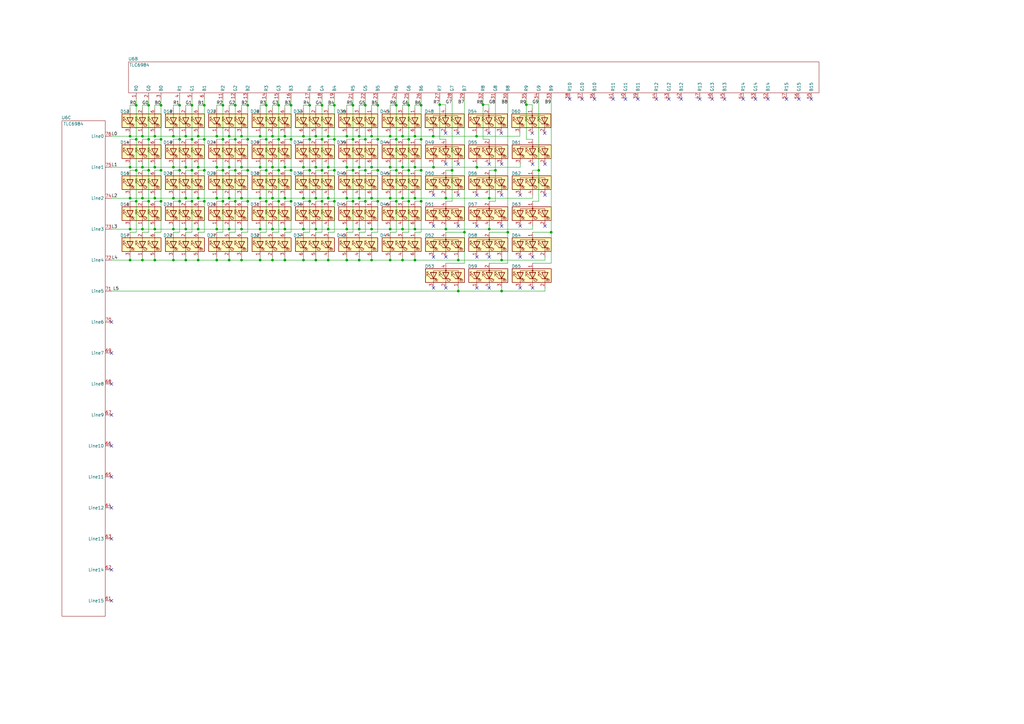
<source format=kicad_sch>
(kicad_sch (version 20211123) (generator eeschema)
  (paper "A3")
  (title_block (title "WallClock Sample") (date "2022-01-02") (rev "${SCH_VER}") (company "Siriuspal") (comment 1 "Trial board to test LEDs"))
  (junction (at 53.34 106.68))
  (junction (at 167.64 57.15))
  (junction (at 149.86 57.15))
  (junction (at 106.68 81.28))
  (junction (at 127 43.18))
  (junction (at 53.34 55.88))
  (junction (at 111.76 93.98))
  (junction (at 99.06 93.98))
  (junction (at 167.64 82.55))
  (junction (at 144.78 43.18))
  (junction (at 91.44 69.85))
  (junction (at 187.96 106.68))
  (junction (at 134.62 93.98))
  (junction (at 106.68 93.98))
  (junction (at 162.56 43.18))
  (junction (at 160.02 106.68))
  (junction (at 91.44 57.15))
  (junction (at 71.12 106.68))
  (junction (at 200.66 81.28))
  (junction (at 73.66 43.18))
  (junction (at 96.52 57.15))
  (junction (at 160.02 68.58))
  (junction (at 116.84 55.88))
  (junction (at 182.88 93.98))
  (junction (at 55.88 43.18))
  (junction (at 177.673 55.88))
  (junction (at 160.02 93.98))
  (junction (at 81.28 81.28))
  (junction (at 91.44 43.18))
  (junction (at 109.22 43.18))
  (junction (at 152.4 55.88))
  (junction (at 198.12 42.926))
  (junction (at 111.76 106.68))
  (junction (at 152.4 81.28))
  (junction (at 172.72 69.85))
  (junction (at 180.34 42.926))
  (junction (at 172.72 43.18))
  (junction (at 81.28 55.88))
  (junction (at 162.56 57.15))
  (junction (at 88.9 81.28))
  (junction (at 147.32 68.58))
  (junction (at 137.16 69.85))
  (junction (at 167.64 69.85))
  (junction (at 99.06 55.88))
  (junction (at 101.6 82.55))
  (junction (at 58.42 81.28))
  (junction (at 134.62 106.68))
  (junction (at 93.98 68.58))
  (junction (at 152.4 93.98))
  (junction (at 109.22 57.15))
  (junction (at 116.84 106.68))
  (junction (at 119.38 57.15))
  (junction (at 93.98 55.88))
  (junction (at 226.06 95.25))
  (junction (at 71.12 81.28))
  (junction (at 160.02 55.88))
  (junction (at 93.98 93.98))
  (junction (at 81.28 106.68))
  (junction (at 144.78 57.15))
  (junction (at 71.12 55.88))
  (junction (at 132.08 57.15))
  (junction (at 177.8 68.58))
  (junction (at 88.9 106.68))
  (junction (at 167.64 43.18))
  (junction (at 127 69.85))
  (junction (at 124.46 68.58))
  (junction (at 132.08 82.55))
  (junction (at 96.52 82.55))
  (junction (at 144.78 82.55))
  (junction (at 106.68 55.88))
  (junction (at 172.72 82.55))
  (junction (at 124.46 93.98))
  (junction (at 119.38 69.85))
  (junction (at 170.18 68.58))
  (junction (at 63.5 106.68))
  (junction (at 116.84 81.28))
  (junction (at 215.9 42.926))
  (junction (at 149.86 69.85))
  (junction (at 187.96 119.38))
  (junction (at 60.96 69.85))
  (junction (at 170.18 106.68))
  (junction (at 60.96 82.55))
  (junction (at 165.1 93.98))
  (junction (at 162.56 69.85))
  (junction (at 66.04 69.85))
  (junction (at 116.84 68.58))
  (junction (at 63.5 93.98))
  (junction (at 63.5 68.58))
  (junction (at 93.98 81.28))
  (junction (at 142.24 81.28))
  (junction (at 134.62 81.28))
  (junction (at 88.9 68.58))
  (junction (at 83.82 82.55))
  (junction (at 76.2 93.98))
  (junction (at 203.2 69.85))
  (junction (at 142.24 106.68))
  (junction (at 144.78 69.85))
  (junction (at 154.94 43.18))
  (junction (at 81.28 68.58))
  (junction (at 152.4 68.58))
  (junction (at 96.52 69.85))
  (junction (at 170.18 81.28))
  (junction (at 149.86 43.18))
  (junction (at 109.22 69.85))
  (junction (at 81.28 93.98))
  (junction (at 154.94 82.55))
  (junction (at 185.42 69.85))
  (junction (at 96.52 43.18))
  (junction (at 129.54 106.68))
  (junction (at 58.42 93.98))
  (junction (at 170.18 55.88))
  (junction (at 149.86 82.55))
  (junction (at 55.88 57.15))
  (junction (at 101.6 69.85))
  (junction (at 124.46 55.88))
  (junction (at 76.2 106.68))
  (junction (at 88.9 55.88))
  (junction (at 137.16 82.55))
  (junction (at 73.66 82.55))
  (junction (at 129.54 93.98))
  (junction (at 220.98 69.85))
  (junction (at 106.68 106.68))
  (junction (at 99.06 106.68))
  (junction (at 76.2 68.58))
  (junction (at 88.9 93.98))
  (junction (at 152.4 106.68))
  (junction (at 162.56 82.55))
  (junction (at 137.16 57.15))
  (junction (at 83.82 57.15))
  (junction (at 165.1 106.68))
  (junction (at 127 82.55))
  (junction (at 78.74 82.55))
  (junction (at 91.44 82.55))
  (junction (at 142.24 55.88))
  (junction (at 66.04 57.15))
  (junction (at 129.54 55.88))
  (junction (at 205.74 106.68))
  (junction (at 119.38 43.18))
  (junction (at 195.453 55.88))
  (junction (at 106.68 68.58))
  (junction (at 116.84 93.98))
  (junction (at 119.38 82.55))
  (junction (at 165.1 55.88))
  (junction (at 132.08 43.18))
  (junction (at 124.46 81.28))
  (junction (at 147.32 93.98))
  (junction (at 134.62 68.58))
  (junction (at 132.08 69.85))
  (junction (at 114.3 69.85))
  (junction (at 127 57.15))
  (junction (at 190.5 95.25))
  (junction (at 78.74 69.85))
  (junction (at 63.5 55.88))
  (junction (at 147.32 106.68))
  (junction (at 93.98 106.68))
  (junction (at 111.76 55.88))
  (junction (at 66.04 43.18))
  (junction (at 111.76 81.28))
  (junction (at 83.82 43.18))
  (junction (at 78.74 57.15))
  (junction (at 109.22 82.55))
  (junction (at 53.34 81.28))
  (junction (at 60.96 57.15))
  (junction (at 73.66 69.85))
  (junction (at 78.74 43.18))
  (junction (at 58.42 106.68))
  (junction (at 53.34 93.98))
  (junction (at 114.3 43.18))
  (junction (at 147.32 55.88))
  (junction (at 63.5 81.28))
  (junction (at 73.66 57.15))
  (junction (at 182.88 81.28))
  (junction (at 170.18 93.98))
  (junction (at 129.54 81.28))
  (junction (at 101.6 43.18))
  (junction (at 111.76 68.58))
  (junction (at 195.58 68.58))
  (junction (at 60.96 43.18))
  (junction (at 114.3 57.15))
  (junction (at 200.66 93.98))
  (junction (at 160.02 81.28))
  (junction (at 76.2 55.88))
  (junction (at 99.06 68.58))
  (junction (at 134.62 55.88))
  (junction (at 165.1 68.58))
  (junction (at 205.74 119.38))
  (junction (at 66.04 82.55))
  (junction (at 53.34 68.58))
  (junction (at 55.88 69.85))
  (junction (at 71.12 93.98))
  (junction (at 71.12 68.58))
  (junction (at 142.24 93.98))
  (junction (at 129.54 68.58))
  (junction (at 99.06 81.28))
  (junction (at 137.16 43.18))
  (junction (at 208.28 95.25))
  (junction (at 165.1 81.28))
  (junction (at 114.3 82.55))
  (junction (at 154.94 57.15))
  (junction (at 83.82 69.85))
  (junction (at 147.32 81.28))
  (junction (at 172.72 57.15))
  (junction (at 154.94 69.85))
  (junction (at 101.6 57.15))
  (junction (at 142.24 68.58))
  (junction (at 124.46 106.68))
  (junction (at 55.88 82.55))
  (junction (at 58.42 68.58))
  (junction (at 76.2 81.28))
  (junction (at 58.42 55.88))
  (no_connect (at 251.46 40.64))
  (no_connect (at 205.74 92.71))
  (no_connect (at 195.58 92.71))
  (no_connect (at 182.88 67.31))
  (no_connect (at 187.833 54.61))
  (no_connect (at 182.753 54.61))
  (no_connect (at 187.96 67.31))
  (no_connect (at 187.96 80.01))
  (no_connect (at 177.8 80.01))
  (no_connect (at 187.96 92.71))
  (no_connect (at 177.8 92.71))
  (no_connect (at 223.52 92.71))
  (no_connect (at 45.72 233.68))
  (no_connect (at 45.72 195.58))
  (no_connect (at 45.72 132.08))
  (no_connect (at 314.96 40.64))
  (no_connect (at 200.66 67.31))
  (no_connect (at 45.72 208.28))
  (no_connect (at 205.74 80.01))
  (no_connect (at 213.36 92.71))
  (no_connect (at 182.88 105.41))
  (no_connect (at 177.8 105.41))
  (no_connect (at 279.4 40.64))
  (no_connect (at 304.8 40.64))
  (no_connect (at 195.58 118.11))
  (no_connect (at 45.72 182.88))
  (no_connect (at 213.36 80.01))
  (no_connect (at 218.313 54.61))
  (no_connect (at 233.68 40.64))
  (no_connect (at 223.393 54.61))
  (no_connect (at 218.44 67.31))
  (no_connect (at 274.32 40.64))
  (no_connect (at 292.1 40.64))
  (no_connect (at 223.52 67.31))
  (no_connect (at 261.62 40.64))
  (no_connect (at 177.8 118.11))
  (no_connect (at 182.88 118.11))
  (no_connect (at 45.72 170.18))
  (no_connect (at 218.44 118.11))
  (no_connect (at 195.58 105.41))
  (no_connect (at 200.66 105.41))
  (no_connect (at 243.84 40.64))
  (no_connect (at 218.44 105.41))
  (no_connect (at 332.74 40.64))
  (no_connect (at 45.72 157.48))
  (no_connect (at 195.58 80.01))
  (no_connect (at 200.533 54.61))
  (no_connect (at 213.36 118.11))
  (no_connect (at 327.66 40.64))
  (no_connect (at 287.02 40.64))
  (no_connect (at 205.613 54.61))
  (no_connect (at 309.88 40.64))
  (no_connect (at 205.74 67.31))
  (no_connect (at 322.58 40.64))
  (no_connect (at 223.52 80.01))
  (no_connect (at 45.72 246.38))
  (no_connect (at 45.72 220.98))
  (no_connect (at 256.54 40.64))
  (no_connect (at 213.36 105.41))
  (no_connect (at 297.18 40.64))
  (no_connect (at 45.72 144.78))
  (no_connect (at 238.76 40.64))
  (no_connect (at 269.24 40.64))
  (no_connect (at 200.66 118.11))
  (wire (pts (xy 63.5 68.58) (xy 63.5 67.31)))
  (wire (pts (xy 81.28 80.01) (xy 81.28 81.28)))
  (wire (pts (xy 149.86 82.55) (xy 149.86 69.85)))
  (wire (pts (xy 152.4 68.58) (xy 160.02 68.58)))
  (wire (pts (xy 165.1 67.31) (xy 165.1 68.58)))
  (wire (pts (xy 76.2 95.25) (xy 78.74 95.25)))
  (wire (pts (xy 165.1 44.45) (xy 165.1 43.18)))
  (wire (pts (xy 66.04 82.55) (xy 66.04 95.25)))
  (wire (pts (xy 109.22 43.18) (xy 109.22 57.15)))
  (wire (pts (xy 223.52 106.68) (xy 223.52 105.41)))
  (wire (pts (xy 187.96 119.38) (xy 187.96 118.11)))
  (wire (pts (xy 215.9 42.926) (xy 215.9 57.15)))
  (wire (pts (xy 180.34 57.15) (xy 182.88 57.15)))
  (wire (pts (xy 101.6 82.55) (xy 101.6 95.25)))
  (wire (pts (xy 111.76 82.55) (xy 114.3 82.55)))
  (wire (pts (xy 165.1 54.61) (xy 165.1 55.88)))
  (wire (pts (xy 195.58 68.58) (xy 213.36 68.58)))
  (wire (pts (xy 81.28 92.71) (xy 81.28 93.98)))
  (wire (pts (xy 160.02 82.55) (xy 162.56 82.55)))
  (wire (pts (xy 88.9 82.55) (xy 91.44 82.55)))
  (wire (pts (xy 134.62 81.28) (xy 142.24 81.28)))
  (wire (pts (xy 144.78 69.85) (xy 144.78 82.55)))
  (wire (pts (xy 160.02 55.88) (xy 165.1 55.88)))
  (wire (pts (xy 71.12 57.15) (xy 73.66 57.15)))
  (wire (pts (xy 71.12 92.71) (xy 71.12 93.98)))
  (wire (pts (xy 116.84 44.45) (xy 116.84 43.18)))
  (wire (pts (xy 129.54 55.88) (xy 134.62 55.88)))
  (wire (pts (xy 76.2 68.58) (xy 81.28 68.58)))
  (wire (pts (xy 88.9 81.28) (xy 93.98 81.28)))
  (wire (pts (xy 152.4 81.28) (xy 160.02 81.28)))
  (wire (pts (xy 124.46 44.45) (xy 124.46 43.18)))
  (wire (pts (xy 167.64 82.55) (xy 167.64 95.25)))
  (wire (pts (xy 170.18 93.98) (xy 182.88 93.98)))
  (wire (pts (xy 213.233 54.61) (xy 213.233 55.88)))
  (wire (pts (xy 124.46 55.88) (xy 129.54 55.88)))
  (wire (pts (xy 53.34 93.98) (xy 58.42 93.98)))
  (wire (pts (xy 152.4 80.01) (xy 152.4 81.28)))
  (wire (pts (xy 132.08 69.85) (xy 132.08 82.55)))
  (wire (pts (xy 200.66 93.98) (xy 218.44 93.98)))
  (wire (pts (xy 111.76 44.45) (xy 111.76 43.18)))
  (wire (pts (xy 101.6 57.15) (xy 101.6 69.85)))
  (wire (pts (xy 88.9 57.15) (xy 91.44 57.15)))
  (wire (pts (xy 73.66 40.64) (xy 73.66 43.18)))
  (wire (pts (xy 144.78 40.64) (xy 144.78 43.18)))
  (wire (pts (xy 226.06 95.25) (xy 226.06 107.95)))
  (wire (pts (xy 129.54 95.25) (xy 132.08 95.25)))
  (wire (pts (xy 162.56 57.15) (xy 162.56 43.18)))
  (wire (pts (xy 160.02 106.68) (xy 165.1 106.68)))
  (wire (pts (xy 116.84 106.68) (xy 116.84 105.41)))
  (wire (pts (xy 106.68 92.71) (xy 106.68 93.98)))
  (wire (pts (xy 147.32 67.31) (xy 147.32 68.58)))
  (wire (pts (xy 124.46 92.71) (xy 124.46 93.98)))
  (wire (pts (xy 116.84 55.88) (xy 124.46 55.88)))
  (wire (pts (xy 129.54 82.55) (xy 132.08 82.55)))
  (wire (pts (xy 106.68 55.88) (xy 99.06 55.88)))
  (wire (pts (xy 71.12 80.01) (xy 71.12 81.28)))
  (wire (pts (xy 124.46 80.01) (xy 124.46 81.28)))
  (wire (pts (xy 53.34 68.58) (xy 58.42 68.58)))
  (wire (pts (xy 73.66 43.18) (xy 73.66 57.15)))
  (wire (pts (xy 152.4 44.45) (xy 152.4 43.18)))
  (wire (pts (xy 99.06 69.85) (xy 101.6 69.85)))
  (wire (pts (xy 165.1 92.71) (xy 165.1 93.98)))
  (wire (pts (xy 134.62 93.98) (xy 142.24 93.98)))
  (wire (pts (xy 134.62 54.61) (xy 134.62 55.88)))
  (wire (pts (xy 111.76 95.25) (xy 114.3 95.25)))
  (wire (pts (xy 93.98 44.45) (xy 93.98 43.18)))
  (wire (pts (xy 63.5 82.55) (xy 66.04 82.55)))
  (wire (pts (xy 60.96 57.15) (xy 60.96 69.85)))
  (wire (pts (xy 172.72 82.55) (xy 172.72 69.85)))
  (wire (pts (xy 81.28 93.98) (xy 88.9 93.98)))
  (wire (pts (xy 215.9 40.64) (xy 215.9 42.926)))
  (wire (pts (xy 142.24 95.25) (xy 144.78 95.25)))
  (wire (pts (xy 99.06 43.18) (xy 101.6 43.18)))
  (wire (pts (xy 162.56 69.85) (xy 162.56 57.15)))
  (wire (pts (xy 71.12 93.98) (xy 76.2 93.98)))
  (wire (pts (xy 177.673 55.88) (xy 195.453 55.88)))
  (wire (pts (xy 154.94 69.85) (xy 154.94 82.55)))
  (wire (pts (xy 165.1 68.58) (xy 170.18 68.58)))
  (wire (pts (xy 116.84 55.88) (xy 111.76 55.88)))
  (wire (pts (xy 71.12 82.55) (xy 73.66 82.55)))
  (wire (pts (xy 129.54 106.68) (xy 134.62 106.68)))
  (wire (pts (xy 160.02 92.71) (xy 160.02 93.98)))
  (wire (pts (xy 129.54 92.71) (xy 129.54 93.98)))
  (wire (pts (xy 71.12 105.41) (xy 71.12 106.68)))
  (wire (pts (xy 53.34 54.61) (xy 53.34 55.88)))
  (wire (pts (xy 152.4 93.98) (xy 160.02 93.98)))
  (wire (pts (xy 99.06 93.98) (xy 99.06 92.71)))
  (wire (pts (xy 218.44 81.28) (xy 218.44 80.01)))
  (wire (pts (xy 88.9 44.45) (xy 88.9 43.18)))
  (wire (pts (xy 81.28 44.45) (xy 81.28 43.18)))
  (wire (pts (xy 165.1 69.85) (xy 167.64 69.85)))
  (wire (pts (xy 129.54 44.45) (xy 129.54 43.18)))
  (wire (pts (xy 208.28 40.64) (xy 208.28 95.25)))
  (wire (pts (xy 134.62 92.71) (xy 134.62 93.98)))
  (wire (pts (xy 101.6 43.18) (xy 101.6 57.15)))
  (wire (pts (xy 116.84 57.15) (xy 119.38 57.15)))
  (wire (pts (xy 88.9 69.85) (xy 91.44 69.85)))
  (wire (pts (xy 147.32 95.25) (xy 149.86 95.25)))
  (wire (pts (xy 53.34 57.15) (xy 55.88 57.15)))
  (wire (pts (xy 66.04 69.85) (xy 66.04 82.55)))
  (wire (pts (xy 170.18 106.68) (xy 187.96 106.68)))
  (wire (pts (xy 111.76 43.18) (xy 114.3 43.18)))
  (wire (pts (xy 154.94 40.64) (xy 154.94 43.18)))
  (wire (pts (xy 200.533 44.45) (xy 200.533 42.926)))
  (wire (pts (xy 101.6 40.64) (xy 101.6 43.18)))
  (wire (pts (xy 124.46 95.25) (xy 127 95.25)))
  (wire (pts (xy 58.42 82.55) (xy 60.96 82.55)))
  (wire (pts (xy 111.76 92.71) (xy 111.76 93.98)))
  (wire (pts (xy 170.18 106.68) (xy 170.18 105.41)))
  (wire (pts (xy 93.98 57.15) (xy 96.52 57.15)))
  (wire (pts (xy 165.1 106.68) (xy 170.18 106.68)))
  (wire (pts (xy 58.42 105.41) (xy 58.42 106.68)))
  (wire (pts (xy 180.34 42.926) (xy 180.34 57.15)))
  (wire (pts (xy 81.28 82.55) (xy 83.82 82.55)))
  (wire (pts (xy 149.86 69.85) (xy 149.86 57.15)))
  (wire (pts (xy 137.16 82.55) (xy 137.16 95.25)))
  (wire (pts (xy 83.82 40.64) (xy 83.82 43.18)))
  (wire (pts (xy 205.74 119.38) (xy 223.52 119.38)))
  (wire (pts (xy 116.84 68.58) (xy 124.46 68.58)))
  (wire (pts (xy 114.3 69.85) (xy 114.3 82.55)))
  (wire (pts (xy 165.1 57.15) (xy 167.64 57.15)))
  (wire (pts (xy 147.32 54.61) (xy 147.32 55.88)))
  (wire (pts (xy 152.4 106.68) (xy 160.02 106.68)))
  (wire (pts (xy 116.84 68.58) (xy 116.84 67.31)))
  (wire (pts (xy 106.68 68.58) (xy 111.76 68.58)))
  (wire (pts (xy 147.32 55.88) (xy 152.4 55.88)))
  (wire (pts (xy 63.5 106.68) (xy 63.5 105.41)))
  (wire (pts (xy 96.52 57.15) (xy 96.52 43.18)))
  (wire (pts (xy 160.02 93.98) (xy 165.1 93.98)))
  (wire (pts (xy 60.96 82.55) (xy 60.96 95.25)))
  (wire (pts (xy 111.76 69.85) (xy 114.3 69.85)))
  (wire (pts (xy 142.24 44.45) (xy 142.24 43.18)))
  (wire (pts (xy 45.72 106.68) (xy 53.34 106.68)))
  (wire (pts (xy 124.46 106.68) (xy 129.54 106.68)))
  (wire (pts (xy 81.28 95.25) (xy 83.82 95.25)))
  (wire (pts (xy 187.96 106.68) (xy 205.74 106.68)))
  (wire (pts (xy 119.38 43.18) (xy 119.38 57.15)))
  (wire (pts (xy 144.78 82.55) (xy 144.78 95.25)))
  (wire (pts (xy 190.5 95.25) (xy 190.5 107.95)))
  (wire (pts (xy 124.46 68.58) (xy 129.54 68.58)))
  (wire (pts (xy 152.4 69.85) (xy 154.94 69.85)))
  (wire (pts (xy 91.44 43.18) (xy 91.44 57.15)))
  (wire (pts (xy 116.84 93.98) (xy 124.46 93.98)))
  (wire (pts (xy 200.533 42.926) (xy 198.12 42.926)))
  (wire (pts (xy 63.5 44.45) (xy 63.5 43.18)))
  (wire (pts (xy 76.2 92.71) (xy 76.2 93.98)))
  (wire (pts (xy 177.673 55.88) (xy 170.18 55.88)))
  (wire (pts (xy 132.08 40.64) (xy 132.08 43.18)))
  (wire (pts (xy 83.82 82.55) (xy 83.82 95.25)))
  (wire (pts (xy 182.88 93.98) (xy 182.88 92.71)))
  (wire (pts (xy 58.42 106.68) (xy 63.5 106.68)))
  (wire (pts (xy 152.4 43.18) (xy 154.94 43.18)))
  (wire (pts (xy 99.06 82.55) (xy 101.6 82.55)))
  (wire (pts (xy 55.88 40.64) (xy 55.88 43.18)))
  (wire (pts (xy 53.34 82.55) (xy 55.88 82.55)))
  (wire (pts (xy 76.2 105.41) (xy 76.2 106.68)))
  (wire (pts (xy 111.76 54.61) (xy 111.76 55.88)))
  (wire (pts (xy 167.64 43.18) (xy 167.64 57.15)))
  (wire (pts (xy 154.94 43.18) (xy 154.94 57.15)))
  (wire (pts (xy 116.84 106.68) (xy 124.46 106.68)))
  (wire (pts (xy 144.78 43.18) (xy 144.78 57.15)))
  (wire (pts (xy 114.3 43.18) (xy 114.3 57.15)))
  (wire (pts (xy 81.28 68.58) (xy 88.9 68.58)))
  (wire (pts (xy 142.24 93.98) (xy 147.32 93.98)))
  (wire (pts (xy 165.1 105.41) (xy 165.1 106.68)))
  (wire (pts (xy 167.64 69.85) (xy 167.64 82.55)))
  (wire (pts (xy 165.1 43.18) (xy 167.64 43.18)))
  (wire (pts (xy 147.32 43.18) (xy 149.86 43.18)))
  (wire (pts (xy 93.98 93.98) (xy 99.06 93.98)))
  (wire (pts (xy 60.96 40.64) (xy 60.96 43.18)))
  (wire (pts (xy 195.453 55.88) (xy 213.233 55.88)))
  (wire (pts (xy 88.9 105.41) (xy 88.9 106.68)))
  (wire (pts (xy 223.52 119.38) (xy 223.52 118.11)))
  (wire (pts (xy 91.44 82.55) (xy 91.44 95.25)))
  (wire (pts (xy 81.28 105.41) (xy 81.28 106.68)))
  (wire (pts (xy 152.4 67.31) (xy 152.4 68.58)))
  (wire (pts (xy 53.34 95.25) (xy 55.88 95.25)))
  (wire (pts (xy 220.98 40.64) (xy 220.98 69.85)))
  (wire (pts (xy 142.24 92.71) (xy 142.24 93.98)))
  (wire (pts (xy 45.72 55.88) (xy 53.34 55.88)))
  (wire (pts (xy 116.84 93.98) (xy 116.84 92.71)))
  (wire (pts (xy 45.72 68.58) (xy 53.34 68.58)))
  (wire (pts (xy 127 43.18) (xy 127 57.15)))
  (wire (pts (xy 195.58 67.31) (xy 195.58 68.58)))
  (wire (pts (xy 160.02 54.61) (xy 160.02 55.88)))
  (wire (pts (xy 66.04 40.64) (xy 66.04 43.18)))
  (wire (pts (xy 147.32 105.41) (xy 147.32 106.68)))
  (wire (pts (xy 152.4 54.61) (xy 152.4 55.88)))
  (wire (pts (xy 106.68 95.25) (xy 109.22 95.25)))
  (wire (pts (xy 63.5 43.18) (xy 66.04 43.18)))
  (wire (pts (xy 93.98 80.01) (xy 93.98 81.28)))
  (wire (pts (xy 170.18 82.55) (xy 172.72 82.55)))
  (wire (pts (xy 152.4 92.71) (xy 152.4 93.98)))
  (wire (pts (xy 134.62 55.88) (xy 142.24 55.88)))
  (wire (pts (xy 55.88 82.55) (xy 55.88 95.25)))
  (wire (pts (xy 124.46 57.15) (xy 127 57.15)))
  (wire (pts (xy 58.42 80.01) (xy 58.42 81.28)))
  (wire (pts (xy 76.2 44.45) (xy 76.2 43.18)))
  (wire (pts (xy 167.64 40.64) (xy 167.64 43.18)))
  (wire (pts (xy 124.46 67.31) (xy 124.46 68.58)))
  (wire (pts (xy 185.42 82.55) (xy 185.42 69.85)))
  (wire (pts (xy 71.12 43.18) (xy 73.66 43.18)))
  (wire (pts (xy 208.28 95.25) (xy 208.28 107.95)))
  (wire (pts (xy 198.12 40.64) (xy 198.12 42.926)))
  (wire (pts (xy 200.66 81.28) (xy 218.44 81.28)))
  (wire (pts (xy 134.62 57.15) (xy 137.16 57.15)))
  (wire (pts (xy 63.5 81.28) (xy 71.12 81.28)))
  (wire (pts (xy 134.62 82.55) (xy 137.16 82.55)))
  (wire (pts (xy 96.52 69.85) (xy 96.52 57.15)))
  (wire (pts (xy 76.2 69.85) (xy 78.74 69.85)))
  (wire (pts (xy 124.46 105.41) (xy 124.46 106.68)))
  (wire (pts (xy 109.22 69.85) (xy 109.22 82.55)))
  (wire (pts (xy 88.9 54.61) (xy 88.9 55.88)))
  (wire (pts (xy 106.68 82.55) (xy 109.22 82.55)))
  (wire (pts (xy 152.4 55.88) (xy 160.02 55.88)))
  (wire (pts (xy 137.16 40.64) (xy 137.16 43.18)))
  (wire (pts (xy 170.18 43.18) (xy 172.72 43.18)))
  (wire (pts (xy 111.76 68.58) (xy 116.84 68.58)))
  (wire (pts (xy 170.18 93.98) (xy 170.18 92.71)))
  (wire (pts (xy 167.64 57.15) (xy 167.64 69.85)))
  (wire (pts (xy 134.62 67.31) (xy 134.62 68.58)))
  (wire (pts (xy 170.18 81.28) (xy 182.88 81.28)))
  (wire (pts (xy 170.18 68.58) (xy 177.8 68.58)))
  (wire (pts (xy 53.34 105.41) (xy 53.34 106.68)))
  (wire (pts (xy 142.24 82.55) (xy 144.78 82.55)))
  (wire (pts (xy 53.34 80.01) (xy 53.34 81.28)))
  (wire (pts (xy 88.9 92.71) (xy 88.9 93.98)))
  (wire (pts (xy 76.2 82.55) (xy 78.74 82.55)))
  (wire (pts (xy 226.06 107.95) (xy 218.44 107.95)))
  (wire (pts (xy 160.02 44.45) (xy 160.02 43.18)))
  (wire (pts (xy 152.4 105.41) (xy 152.4 106.68)))
  (wire (pts (xy 124.46 93.98) (xy 129.54 93.98)))
  (wire (pts (xy 134.62 44.45) (xy 134.62 43.18)))
  (wire (pts (xy 71.12 54.61) (xy 71.12 55.88)))
  (wire (pts (xy 88.9 80.01) (xy 88.9 81.28)))
  (wire (pts (xy 63.5 93.98) (xy 71.12 93.98)))
  (wire (pts (xy 63.5 55.88) (xy 71.12 55.88)))
  (wire (pts (xy 172.72 43.18) (xy 172.72 40.64)))
  (wire (pts (xy 106.68 44.45) (xy 106.68 43.18)))
  (wire (pts (xy 63.5 55.88) (xy 63.5 54.61)))
  (wire (pts (xy 93.98 106.68) (xy 99.06 106.68)))
  (wire (pts (xy 88.9 95.25) (xy 91.44 95.25)))
  (wire (pts (xy 129.54 93.98) (xy 134.62 93.98)))
  (wire (pts (xy 106.68 67.31) (xy 106.68 68.58)))
  (wire (pts (xy 81.28 55.88) (xy 88.9 55.88)))
  (wire (pts (xy 116.84 81.28) (xy 124.46 81.28)))
  (wire (pts (xy 88.9 93.98) (xy 93.98 93.98)))
  (wire (pts (xy 58.42 95.25) (xy 60.96 95.25)))
  (wire (pts (xy 78.74 57.15) (xy 78.74 69.85)))
  (wire (pts (xy 142.24 55.88) (xy 147.32 55.88)))
  (wire (pts (xy 78.74 40.64) (xy 78.74 43.18)))
  (wire (pts (xy 147.32 68.58) (xy 152.4 68.58)))
  (wire (pts (xy 160.02 95.25) (xy 162.56 95.25)))
  (wire (pts (xy 134.62 68.58) (xy 142.24 68.58)))
  (wire (pts (xy 93.98 55.88) (xy 99.06 55.88)))
  (wire (pts (xy 78.74 69.85) (xy 78.74 82.55)))
  (wire (pts (xy 93.98 43.18) (xy 96.52 43.18)))
  (wire (pts (xy 71.12 95.25) (xy 73.66 95.25)))
  (wire (pts (xy 129.54 105.41) (xy 129.54 106.68)))
  (wire (pts (xy 93.98 95.25) (xy 96.52 95.25)))
  (wire (pts (xy 53.34 92.71) (xy 53.34 93.98)))
  (wire (pts (xy 58.42 81.28) (xy 63.5 81.28)))
  (wire (pts (xy 71.12 44.45) (xy 71.12 43.18)))
  (wire (pts (xy 124.46 82.55) (xy 127 82.55)))
  (wire (pts (xy 147.32 81.28) (xy 152.4 81.28)))
  (wire (pts (xy 58.42 55.88) (xy 63.5 55.88)))
  (wire (pts (xy 63.5 81.28) (xy 63.5 80.01)))
  (wire (pts (xy 160.02 81.28) (xy 165.1 81.28)))
  (wire (pts (xy 96.52 95.25) (xy 96.52 82.55)))
  (wire (pts (xy 124.46 43.18) (xy 127 43.18)))
  (wire (pts (xy 149.86 57.15) (xy 149.86 43.18)))
  (wire (pts (xy 165.1 82.55) (xy 167.64 82.55)))
  (wire (pts (xy 99.06 55.88) (xy 99.06 54.61)))
  (wire (pts (xy 93.98 54.61) (xy 93.98 55.88)))
  (wire (pts (xy 71.12 69.85) (xy 73.66 69.85)))
  (wire (pts (xy 63.5 57.15) (xy 66.04 57.15)))
  (wire (pts (xy 144.78 57.15) (xy 144.78 69.85)))
  (wire (pts (xy 185.42 69.85) (xy 182.88 69.85)))
  (wire (pts (xy 111.76 67.31) (xy 111.76 68.58)))
  (wire (pts (xy 218.44 82.55) (xy 220.98 82.55)))
  (wire (pts (xy 142.24 81.28) (xy 147.32 81.28)))
  (wire (pts (xy 119.38 57.15) (xy 119.38 69.85)))
  (wire (pts (xy 83.82 57.15) (xy 83.82 69.85)))
  (wire (pts (xy 129.54 81.28) (xy 134.62 81.28)))
  (wire (pts (xy 142.24 57.15) (xy 144.78 57.15)))
  (wire (pts (xy 119.38 69.85) (xy 119.38 82.55)))
  (wire (pts (xy 187.96 106.68) (xy 187.96 105.41)))
  (wire (pts (xy 129.54 80.01) (xy 129.54 81.28)))
  (wire (pts (xy 152.4 82.55) (xy 154.94 82.55)))
  (wire (pts (xy 63.5 106.68) (xy 71.12 106.68)))
  (wire (pts (xy 124.46 81.28) (xy 129.54 81.28)))
  (wire (pts (xy 180.34 40.64) (xy 180.34 42.926)))
  (wire (pts (xy 149.86 95.25) (xy 149.86 82.55)))
  (wire (pts (xy 58.42 92.71) (xy 58.42 93.98)))
  (wire (pts (xy 220.98 82.55) (xy 220.98 69.85)))
  (wire (pts (xy 58.42 54.61) (xy 58.42 55.88)))
  (wire (pts (xy 63.5 95.25) (xy 66.04 95.25)))
  (wire (pts (xy 215.9 57.15) (xy 218.44 57.15)))
  (wire (pts (xy 96.52 82.55) (xy 96.52 69.85)))
  (wire (pts (xy 182.88 82.55) (xy 185.42 82.55)))
  (wire (pts (xy 71.12 67.31) (xy 71.12 68.58)))
  (wire (pts (xy 142.24 54.61) (xy 142.24 55.88)))
  (wire (pts (xy 127 40.64) (xy 127 43.18)))
  (wire (pts (xy 99.06 57.15) (xy 101.6 57.15)))
  (wire (pts (xy 129.54 57.15) (xy 132.08 57.15)))
  (wire (pts (xy 53.34 43.18) (xy 55.88 43.18)))
  (wire (pts (xy 99.06 106.68) (xy 106.68 106.68)))
  (wire (pts (xy 137.16 69.85) (xy 137.16 82.55)))
  (wire (pts (xy 160.02 68.58) (xy 165.1 68.58)))
  (wire (pts (xy 182.753 42.926) (xy 180.34 42.926)))
  (wire (pts (xy 147.32 106.68) (xy 152.4 106.68)))
  (wire (pts (xy 76.2 93.98) (xy 81.28 93.98)))
  (wire (pts (xy 119.38 82.55) (xy 119.38 95.25)))
  (wire (pts (xy 83.82 69.85) (xy 83.82 82.55)))
  (wire (pts (xy 162.56 43.18) (xy 162.56 40.64)))
  (wire (pts (xy 53.34 81.28) (xy 58.42 81.28)))
  (wire (pts (xy 165.1 93.98) (xy 170.18 93.98)))
  (wire (pts (xy 55.88 57.15) (xy 55.88 69.85)))
  (wire (pts (xy 76.2 81.28) (xy 81.28 81.28)))
  (wire (pts (xy 190.5 40.64) (xy 190.5 95.25)))
  (wire (pts (xy 218.313 42.926) (xy 215.9 42.926)))
  (wire (pts (xy 53.34 106.68) (xy 58.42 106.68)))
  (wire (pts (xy 149.86 43.18) (xy 149.86 40.64)))
  (wire (pts (xy 99.06 93.98) (xy 106.68 93.98)))
  (wire (pts (xy 81.28 69.85) (xy 83.82 69.85)))
  (wire (pts (xy 147.32 82.55) (xy 149.86 82.55)))
  (wire (pts (xy 142.24 106.68) (xy 147.32 106.68)))
  (wire (pts (xy 91.44 40.64) (xy 91.44 43.18)))
  (wire (pts (xy 101.6 69.85) (xy 101.6 82.55)))
  (wire (pts (xy 154.94 57.15) (xy 154.94 69.85)))
  (wire (pts (xy 208.28 107.95) (xy 200.66 107.95)))
  (wire (pts (xy 76.2 57.15) (xy 78.74 57.15)))
  (wire (pts (xy 129.54 54.61) (xy 129.54 55.88)))
  (wire (pts (xy 111.76 93.98) (xy 116.84 93.98)))
  (wire (pts (xy 91.44 69.85) (xy 91.44 82.55)))
  (wire (pts (xy 99.06 81.28) (xy 106.68 81.28)))
  (wire (pts (xy 162.56 95.25) (xy 162.56 82.55)))
  (wire (pts (xy 218.313 44.45) (xy 218.313 42.926)))
  (wire (pts (xy 109.22 40.64) (xy 109.22 43.18)))
  (wire (pts (xy 165.1 95.25) (xy 167.64 95.25)))
  (wire (pts (xy 71.12 81.28) (xy 76.2 81.28)))
  (wire (pts (xy 81.28 43.18) (xy 83.82 43.18)))
  (wire (pts (xy 142.24 67.31) (xy 142.24 68.58)))
  (wire (pts (xy 165.1 80.01) (xy 165.1 81.28)))
  (wire (pts (xy 152.4 95.25) (xy 154.94 95.25)))
  (wire (pts (xy 154.94 82.55) (xy 154.94 95.25)))
  (wire (pts (xy 99.06 68.58) (xy 106.68 68.58)))
  (wire (pts (xy 63.5 68.58) (xy 71.12 68.58)))
  (wire (pts (xy 83.82 43.18) (xy 83.82 57.15)))
  (wire (pts (xy 137.16 57.15) (xy 137.16 69.85)))
  (wire (pts (xy 99.06 95.25) (xy 101.6 95.25)))
  (wire (pts (xy 182.753 44.45) (xy 182.753 42.926)))
  (wire (pts (xy 213.36 67.31) (xy 213.36 68.58)))
  (wire (pts (xy 124.46 69.85) (xy 127 69.85)))
  (wire (pts (xy 203.2 82.55) (xy 203.2 69.85)))
  (wire (pts (xy 45.72 81.28) (xy 53.34 81.28)))
  (wire (pts (xy 165.1 55.88) (xy 170.18 55.88)))
  (wire (pts (xy 190.5 107.95) (xy 182.88 107.95)))
  (wire (pts (xy 132.08 57.15) (xy 132.08 69.85)))
  (wire (pts (xy 81.28 57.15) (xy 83.82 57.15)))
  (wire (pts (xy 134.62 69.85) (xy 137.16 69.85)))
  (wire (pts (xy 60.96 69.85) (xy 60.96 82.55)))
  (wire (pts (xy 58.42 68.58) (xy 63.5 68.58)))
  (wire (pts (xy 99.06 106.68) (xy 99.06 105.41)))
  (wire (pts (xy 152.4 57.15) (xy 154.94 57.15)))
  (wire (pts (xy 45.72 93.98) (xy 53.34 93.98)))
  (wire (pts (xy 71.12 106.68) (xy 76.2 106.68)))
  (wire (pts (xy 78.74 82.55) (xy 78.74 95.25)))
  (wire (pts (xy 116.84 95.25) (xy 119.38 95.25)))
  (wire (pts (xy 170.18 55.88) (xy 170.18 54.61)))
  (wire (pts (xy 165.1 81.28) (xy 170.18 81.28)))
  (wire (pts (xy 134.62 105.41) (xy 134.62 106.68)))
  (wire (pts (xy 58.42 93.98) (xy 63.5 93.98)))
  (wire (pts (xy 147.32 69.85) (xy 149.86 69.85)))
  (wire (pts (xy 147.32 44.45) (xy 147.32 43.18)))
  (wire (pts (xy 111.76 80.01) (xy 111.76 81.28)))
  (wire (pts (xy 106.68 54.61) (xy 106.68 55.88)))
  (wire (pts (xy 91.44 57.15) (xy 91.44 69.85)))
  (wire (pts (xy 116.84 69.85) (xy 119.38 69.85)))
  (wire (pts (xy 58.42 43.18) (xy 60.96 43.18)))
  (wire (pts (xy 93.98 82.55) (xy 96.52 82.55)))
  (wire (pts (xy 88.9 43.18) (xy 91.44 43.18)))
  (wire (pts (xy 106.68 80.01) (xy 106.68 81.28)))
  (wire (pts (xy 124.46 54.61) (xy 124.46 55.88)))
  (wire (pts (xy 200.66 93.98) (xy 200.66 92.71)))
  (wire (pts (xy 182.88 81.28) (xy 182.88 80.01)))
  (wire (pts (xy 142.24 80.01) (xy 142.24 81.28)))
  (wire (pts (xy 182.88 93.98) (xy 200.66 93.98)))
  (wire (pts (xy 127 57.15) (xy 127 69.85)))
  (wire (pts (xy 55.88 43.18) (xy 55.88 57.15)))
  (wire (pts (xy 170.18 44.45) (xy 170.18 43.18)))
  (wire (pts (xy 76.2 67.31) (xy 76.2 68.58)))
  (wire (pts (xy 93.98 81.28) (xy 99.06 81.28)))
  (wire (pts (xy 114.3 40.64) (xy 114.3 43.18)))
  (wire (pts (xy 78.74 43.18) (xy 78.74 57.15)))
  (wire (pts (xy 81.28 106.68) (xy 88.9 106.68)))
  (wire (pts (xy 134.62 80.01) (xy 134.62 81.28)))
  (wire (pts (xy 111.76 57.15) (xy 114.3 57.15)))
  (wire (pts (xy 127 69.85) (xy 127 82.55)))
  (wire (pts (xy 187.96 119.38) (xy 205.74 119.38)))
  (wire (pts (xy 76.2 80.01) (xy 76.2 81.28)))
  (wire (pts (xy 109.22 82.55) (xy 109.22 95.25)))
  (wire (pts (xy 106.68 69.85) (xy 109.22 69.85)))
  (wire (pts (xy 71.12 68.58) (xy 76.2 68.58)))
  (wire (pts (xy 170.18 57.15) (xy 172.72 57.15)))
  (wire (pts (xy 106.68 106.68) (xy 111.76 106.68)))
  (wire (pts (xy 53.34 44.45) (xy 53.34 43.18)))
  (wire (pts (xy 114.3 57.15) (xy 114.3 69.85)))
  (wire (pts (xy 200.66 82.55) (xy 203.2 82.55)))
  (wire (pts (xy 81.28 81.28) (xy 88.9 81.28)))
  (wire (pts (xy 147.32 93.98) (xy 152.4 93.98)))
  (wire (pts (xy 88.9 55.88) (xy 93.98 55.88)))
  (wire (pts (xy 45.72 119.38) (xy 187.96 119.38)))
  (wire (pts (xy 177.8 68.58) (xy 195.58 68.58)))
  (wire (pts (xy 170.18 69.85) (xy 172.72 69.85)))
  (wire (pts (xy 200.66 95.25) (xy 208.28 95.25)))
  (wire (pts (xy 134.62 106.68) (xy 142.24 106.68)))
  (wire (pts (xy 63.5 69.85) (xy 66.04 69.85)))
  (wire (pts (xy 160.02 43.18) (xy 162.56 43.18)))
  (wire (pts (xy 160.02 57.15) (xy 162.56 57.15)))
  (wire (pts (xy 134.62 95.25) (xy 137.16 95.25)))
  (wire (pts (xy 162.56 82.55) (xy 162.56 69.85)))
  (wire (pts (xy 127 82.55) (xy 127 95.25)))
  (wire (pts (xy 182.88 95.25) (xy 190.5 95.25)))
  (wire (pts (xy 134.62 43.18) (xy 137.16 43.18)))
  (wire (pts (xy 111.76 55.88) (xy 106.68 55.88)))
  (wire (pts (xy 203.2 69.85) (xy 200.66 69.85)))
  (wire (pts (xy 109.22 57.15) (xy 109.22 69.85)))
  (wire (pts (xy 129.54 43.18) (xy 132.08 43.18)))
  (wire (pts (xy 200.66 81.28) (xy 200.66 80.01)))
  (wire (pts (xy 106.68 57.15) (xy 109.22 57.15)))
  (wire (pts (xy 205.74 119.38) (xy 205.74 118.11)))
  (wire (pts (xy 111.76 105.41) (xy 111.76 106.68)))
  (wire (pts (xy 66.04 43.18) (xy 66.04 57.15)))
  (wire (pts (xy 142.24 69.85) (xy 144.78 69.85)))
  (wire (pts (xy 116.84 43.18) (xy 119.38 43.18)))
  (wire (pts (xy 76.2 106.68) (xy 81.28 106.68)))
  (wire (pts (xy 58.42 67.31) (xy 58.42 68.58)))
  (wire (pts (xy 147.32 92.71) (xy 147.32 93.98)))
  (wire (pts (xy 172.72 95.25) (xy 172.72 82.55)))
  (wire (pts (xy 63.5 93.98) (xy 63.5 92.71)))
  (wire (pts (xy 205.74 106.68) (xy 223.52 106.68)))
  (wire (pts (xy 58.42 44.45) (xy 58.42 43.18)))
  (wire (pts (xy 99.06 44.45) (xy 99.06 43.18)))
  (wire (pts (xy 142.24 68.58) (xy 147.32 68.58)))
  (wire (pts (xy 198.12 42.926) (xy 198.12 57.15)))
  (wire (pts (xy 218.44 95.25) (xy 226.06 95.25)))
  (wire (pts (xy 147.32 80.01) (xy 147.32 81.28)))
  (wire (pts (xy 93.98 68.58) (xy 99.06 68.58)))
  (wire (pts (xy 111.76 81.28) (xy 116.84 81.28)))
  (wire (pts (xy 73.66 82.55) (xy 73.66 95.25)))
  (wire (pts (xy 129.54 69.85) (xy 132.08 69.85)))
  (wire (pts (xy 93.98 67.31) (xy 93.98 68.58)))
  (wire (pts (xy 142.24 105.41) (xy 142.24 106.68)))
  (wire (pts (xy 177.673 54.61) (xy 177.673 55.88)))
  (wire (pts (xy 226.06 40.64) (xy 226.06 95.25)))
  (wire (pts (xy 185.42 40.64) (xy 185.42 69.85)))
  (wire (pts (xy 132.08 82.55) (xy 132.08 95.25)))
  (wire (pts (xy 106.68 105.41) (xy 106.68 106.68)))
  (wire (pts (xy 170.18 81.28) (xy 170.18 80.01)))
  (wire (pts (xy 53.34 55.88) (xy 58.42 55.88)))
  (wire (pts (xy 106.68 81.28) (xy 111.76 81.28)))
  (wire (pts (xy 88.9 67.31) (xy 88.9 68.58)))
  (wire (pts (xy 218.44 93.98) (xy 218.44 92.71)))
  (wire (pts (xy 170.18 95.25) (xy 172.72 95.25)))
  (wire (pts (xy 205.74 106.68) (xy 205.74 105.41)))
  (wire (pts (xy 116.84 82.55) (xy 119.38 82.55)))
  (wire (pts (xy 129.54 68.58) (xy 134.62 68.58)))
  (wire (pts (xy 132.08 43.18) (xy 132.08 57.15)))
  (wire (pts (xy 172.72 57.15) (xy 172.72 43.18)))
  (wire (pts (xy 96.52 40.64) (xy 96.52 43.18)))
  (wire (pts (xy 99.06 81.28) (xy 99.06 80.01)))
  (wire (pts (xy 73.66 69.85) (xy 73.66 82.55)))
  (wire (pts (xy 58.42 69.85) (xy 60.96 69.85)))
  (wire (pts (xy 55.88 69.85) (xy 55.88 82.55)))
  (wire (pts (xy 88.9 106.68) (xy 93.98 106.68)))
  (wire (pts (xy 88.9 68.58) (xy 93.98 68.58)))
  (wire (pts (xy 93.98 69.85) (xy 96.52 69.85)))
  (wire (pts (xy 99.06 68.58) (xy 99.06 67.31)))
  (wire (pts (xy 160.02 69.85) (xy 162.56 69.85)))
  (wire (pts (xy 81.28 54.61) (xy 81.28 55.88)))
  (wire (pts (xy 119.38 40.64) (xy 119.38 43.18)))
  (wire (pts (xy 53.34 67.31) (xy 53.34 68.58)))
  (wire (pts (xy 60.96 43.18) (xy 60.96 57.15)))
  (wire (pts (xy 203.2 40.64) (xy 203.2 69.85)))
  (wire (pts (xy 73.66 57.15) (xy 73.66 69.85)))
  (wire (pts (xy 177.8 67.31) (xy 177.8 68.58)))
  (wire (pts (xy 160.02 67.31) (xy 160.02 68.58)))
  (wire (pts (xy 76.2 54.61) (xy 76.2 55.88)))
  (wire (pts (xy 220.98 69.85) (xy 218.44 69.85)))
  (wire (pts (xy 53.34 69.85) (xy 55.88 69.85)))
  (wire (pts (xy 160.02 80.01) (xy 160.02 81.28)))
  (wire (pts (xy 111.76 106.68) (xy 116.84 106.68)))
  (wire (pts (xy 71.12 55.88) (xy 76.2 55.88)))
  (wire (pts (xy 142.24 43.18) (xy 144.78 43.18)))
  (wire (pts (xy 195.453 54.61) (xy 195.453 55.88)))
  (wire (pts (xy 170.18 68.58) (xy 170.18 67.31)))
  (wire (pts (xy 93.98 92.71) (xy 93.98 93.98)))
  (wire (pts (xy 66.04 57.15) (xy 66.04 69.85)))
  (wire (pts (xy 116.84 81.28) (xy 116.84 80.01)))
  (wire (pts (xy 198.12 57.15) (xy 200.66 57.15)))
  (wire (pts (xy 81.28 67.31) (xy 81.28 68.58)))
  (wire (pts (xy 106.68 43.18) (xy 109.22 43.18)))
  (wire (pts (xy 106.68 93.98) (xy 111.76 93.98)))
  (wire (pts (xy 93.98 105.41) (xy 93.98 106.68)))
  (wire (pts (xy 182.88 81.28) (xy 200.66 81.28)))
  (wire (pts (xy 172.72 69.85) (xy 172.72 57.15)))
  (wire (pts (xy 116.84 54.61) (xy 116.84 55.88)))
  (wire (pts (xy 76.2 43.18) (xy 78.74 43.18)))
  (wire (pts (xy 160.02 105.41) (xy 160.02 106.68)))
  (wire (pts (xy 58.42 57.15) (xy 60.96 57.15)))
  (wire (pts (xy 114.3 82.55) (xy 114.3 95.25)))
  (wire (pts (xy 147.32 57.15) (xy 149.86 57.15)))
  (wire (pts (xy 129.54 67.31) (xy 129.54 68.58)))
  (wire (pts (xy 137.16 43.18) (xy 137.16 57.15)))
  (wire (pts (xy 76.2 55.88) (xy 81.28 55.88)))
  (label "G9" (at 220.98 42.799 180))
  (label "B2" (at 101.6 43.18 180))
  (label "R7" (at 180.34 42.926 180))
  (label "L0" (at 45.72 55.88 0))
  (label "L3" (at 45.72 93.98 0))
  (label "B5" (at 154.94 43.18 180))
  (label "B9" (at 226.06 42.799 180))
  (label "R9" (at 215.9 42.926 180))
  (label "L2" (at 45.72 81.28 0))
  (label "R0" (at 55.88 43.18 180))
  (label "G5" (at 149.86 43.18 180))
  (label "R2" (at 91.44 43.18 180))
  (label "G2" (at 96.52 43.18 180))
  (label "B6" (at 172.72 43.18 180))
  (label "B4" (at 137.16 43.18 180))
  (label "L1" (at 45.72 68.58 0))
  (label "G0" (at 60.96 43.18 180))
  (label "G7" (at 185.42 42.799 180))
  (label "B1" (at 83.82 43.18 180))
  (label "G3" (at 114.3 43.18 180))
  (label "G1" (at 78.74 43.18 180))
  (label "R3" (at 109.22 43.18 180))
  (label "L4" (at 45.8311 106.68 0))
  (label "R5" (at 144.78 43.18 180))
  (label "L5" (at 46.355 119.38 0))
  (label "B7" (at 190.5 42.799 180))
  (label "B0" (at 66.04 43.18 180))
  (label "B3" (at 119.38 43.18 180))
  (label "R6" (at 162.56 43.18 180))
  (label "B8" (at 208.28 42.799 180))
  (label "R1" (at 73.66 43.18 180))
  (label "G6" (at 167.64 43.18 180))
  (label "R8" (at 198.12 42.926 180))
  (label "G4" (at 132.08 43.18 180))
  (label "G8" (at 203.2 42.799 180))
  (label "R4" (at 127 43.18 180))
  (symbol (lib_id "Device:LED_RGB_2") (at 93.98 62.23 90) (unit 1)
    (property "Reference" "D24" (at 84.836 58.42 90) (effects (justify right)))
    (property "Value" "LED_RGB_2" (effects hide))
    (property "Footprint" "AnalogueWallClockMirrorFootprintsLibrary:APF3236SEEZGQBDC_Cutout" (effects hide))
    (property "Digi-Key Part Number" "754-2155-1-ND" (effects hide))
    (property "MPN" "APF3236SEEZGQBDC" (effects hide))
    (property "Manufacturer" "Kingbright" (effects hide))
    (property "Description" "LED RGB CLEAR SMD" (effects hide))
  )
  (symbol (lib_id "Device:LED_RABG") (at 200.66 113.03 90) (unit 1)
    (property "Reference" "D59" (at 191.897 109.22 90) (effects (justify right)))
    (property "Value" "LED_RABG" (effects hide))
    (property "Footprint" "LED_SMD:XZMDKCBDDG45S-9" (effects hide))
    (property "Digi-Key Part Number" "1497-1257-1-ND" (effects hide))
    (property "MPN" "XZMDKCBDDG45S-9" (effects hide))
    (property "Manufacturer" "SunLED" (effects hide))
    (property "Description" "LED RGB CLEAR 4PLCC SMD" (effects hide))
    (property "Substitute Allowed" "No" (effects hide))
  )
  (symbol (lib_id "Device:LED_RGB_1") (at 58.42 100.33 90) (unit 1)
    (property "Reference" "D17" (at 49.276 96.52 90) (effects (justify right)))
    (property "Value" "LED_RGB_1" (effects hide))
    (property "Footprint" "AnalogueWallClockMirrorFootprintsLibrary:19-337C_RSBHGHC-A88_4T_Cutout" (effects hide))
    (property "MPN" "19-337C/RSBHGHC-A88/4T" (effects hide))
    (property "Manufacturer" "Everlight Electronics Co Ltd" (effects hide))
    (property "Digi-Key Part Number" "1080-1631-1-ND" (effects hide))
    (property "Description" "TRI COLOR PCB TOP VIEW SMD LED R" (effects hide))
  )
  (symbol (lib_id "Device:LED_RABG") (at 200.66 74.93 90) (unit 1)
    (property "Reference" "D56" (at 191.897 71.12 90) (effects (justify right)))
    (property "Value" "LED_RABG" (effects hide))
    (property "Footprint" "LED_SMD:XZMDKCBDDG45S-9" (effects hide))
    (property "Digi-Key Part Number" "1497-1257-1-ND" (effects hide))
    (property "MPN" "XZMDKCBDDG45S-9" (effects hide))
    (property "Manufacturer" "SunLED" (effects hide))
    (property "Description" "LED RGB CLEAR 4PLCC SMD" (effects hide))
    (property "Substitute Allowed" "No" (effects hide))
  )
  (symbol (lib_id "Device:LED_RABG") (at 200.66 87.63 90) (unit 1)
    (property "Reference" "D57" (at 191.897 83.82 90) (effects (justify right)))
    (property "Value" "LED_RABG" (effects hide))
    (property "Footprint" "LED_SMD:XZMDKCBDDG45S-9" (effects hide))
    (property "Digi-Key Part Number" "1497-1257-1-ND" (effects hide))
    (property "MPN" "XZMDKCBDDG45S-9" (effects hide))
    (property "Manufacturer" "SunLED" (effects hide))
    (property "Description" "LED RGB CLEAR 4PLCC SMD" (effects hide))
    (property "Substitute Allowed" "No" (effects hide))
  )
  (symbol (lib_id "Device:LED_RGB_2") (at 111.76 87.63 90) (unit 1)
    (property "Reference" "D31" (at 102.616 83.82 90) (effects (justify right)))
    (property "Value" "LED_RGB_2" (effects hide))
    (property "Footprint" "AnalogueWallClockMirrorFootprintsLibrary:APF3236SEEZGQBDC_Hole" (effects hide))
    (property "Digi-Key Part Number" "754-2155-1-ND" (effects hide))
    (property "MPN" "APF3236SEEZGQBDC" (effects hide))
    (property "Manufacturer" "Kingbright" (effects hide))
    (property "Description" "LED RGB CLEAR SMD" (effects hide))
  )
  (symbol (lib_id "Device:LED_BGRA") (at 182.88 113.03 90) (unit 1)
    (property "Reference" "D53" (at 174.244 109.22 90) (effects (justify right)))
    (property "Value" "LED_BGRA_1" (effects hide))
    (property "Footprint" "LED_SMD:QBLP677R-RGB" (effects hide))
    (property "Digi-Key Part Number" "1516-1282-1-ND" (effects hide))
    (property "MPN" "QBLP677R-RGB" (effects hide))
    (property "Manufacturer" "QT Brightek (QTB)" (effects hide))
    (property "Description" "LED RGB DIFF 4PLCC SMD BOTTOM" (effects hide))
    (property "Substitute Allowed" "No" (effects hide))
  )
  (symbol (lib_id "Device:LED_RGB_4") (at 129.54 62.23 90) (unit 1)
    (property "Reference" "D34" (at 120.269 58.42 90) (effects (justify right)))
    (property "Value" "LED_RGB_4" (effects hide))
    (property "Footprint" "AnalogueWallClockMirrorFootprintsLibrary:CLP6C-FKB-CK1P1G1BB7R3R3_Hole" (effects hide))
    (property "Digi-Key Part Number" "CLP6C-FKB-CK1P1G1BB7R3R3CT-ND" (effects hide))
    (property "MPN" "CLP6C-FKB-CK1P1G1BB7R3R3" (effects hide))
    (property "Manufacturer" "CreeLED, Inc." (effects hide))
    (property "Description" "LED RGB DIFFUSED 6PLCC SMD" (effects hide))
  )
  (symbol (lib_id "Device:LED_RGB_1") (at 76.2 49.53 90) (unit 1)
    (property "Reference" "D18" (at 66.929 45.72 90) (effects (justify right)))
    (property "Value" "LED_RGB_1" (effects hide))
    (property "Footprint" "AnalogueWallClockMirrorFootprintsLibrary:19-337C_RSBHGHC-A88_4T_Hole" (effects hide))
    (property "MPN" "19-337C/RSBHGHC-A88/4T" (effects hide))
    (property "Manufacturer" "Everlight Electronics Co Ltd" (effects hide))
    (property "Digi-Key Part Number" "1080-1631-1-ND" (effects hide))
    (property "Description" "TRI COLOR PCB TOP VIEW SMD LED R" (effects hide))
  )
  (symbol (lib_id "Device:LED_RGB_5") (at 165.1 100.33 90) (unit 1)
    (property "Reference" "D47" (at 155.829 96.52 90) (effects (justify right)))
    (property "Value" "LED_RGB_5" (effects hide))
    (property "Footprint" "AnalogueWallClockMirrorFootprintsLibrary:SMLVN6RGB1W1‎_Hole" (effects hide))
    (property "Digi-Key Part Number" "846-1187-1-ND" (effects hide))
    (property "MPN" "SMLVN6RGB1W1" (effects hide))
    (property "Manufacturer" "Rohm Semiconductor" (effects hide))
    (property "Description" "LED RGB DIFFUSED 1411 SMD" (effects hide))
  )
  (symbol (lib_id "Device:LED_RGB_2") (at 93.98 49.53 90) (unit 1)
    (property "Reference" "D23" (at 84.836 45.72 90) (effects (justify right)))
    (property "Value" "LED_RGB_2" (effects hide))
    (property "Footprint" "AnalogueWallClockMirrorFootprintsLibrary:APF3236SEEZGQBDC_Cutout" (effects hide))
    (property "Digi-Key Part Number" "754-2155-1-ND" (effects hide))
    (property "MPN" "APF3236SEEZGQBDC" (effects hide))
    (property "Manufacturer" "Kingbright" (effects hide))
    (property "Description" "LED RGB CLEAR SMD" (effects hide))
  )
  (symbol (lib_id "Device:LED_RGB_5") (at 165.1 62.23 90) (unit 1)
    (property "Reference" "D44" (at 155.829 58.42 90) (effects (justify right)))
    (property "Value" "LED_RGB_5" (effects hide))
    (property "Footprint" "AnalogueWallClockMirrorFootprintsLibrary:SMLVN6RGB1W1‎_Hole" (effects hide))
    (property "Digi-Key Part Number" "846-1187-1-ND" (effects hide))
    (property "MPN" "SMLVN6RGB1W1" (effects hide))
    (property "Manufacturer" "Rohm Semiconductor" (effects hide))
    (property "Description" "LED RGB DIFFUSED 1411 SMD" (effects hide))
  )
  (symbol (lib_id "Device:LED_RGB_4") (at 129.54 74.93 90) (unit 1)
    (property "Reference" "D35" (at 120.269 71.12 90) (effects (justify right)))
    (property "Value" "LED_RGB_4" (effects hide))
    (property "Footprint" "AnalogueWallClockMirrorFootprintsLibrary:CLP6C-FKB-CK1P1G1BB7R3R3_Hole" (effects hide))
    (property "Digi-Key Part Number" "CLP6C-FKB-CK1P1G1BB7R3R3CT-ND" (effects hide))
    (property "MPN" "CLP6C-FKB-CK1P1G1BB7R3R3" (effects hide))
    (property "Manufacturer" "CreeLED, Inc." (effects hide))
    (property "Description" "LED RGB DIFFUSED 6PLCC SMD" (effects hide))
  )
  (symbol (lib_id "Device:LED_RGB_2") (at 93.98 74.93 90) (unit 1)
    (property "Reference" "D25" (at 84.836 71.12 90) (effects (justify right)))
    (property "Value" "LED_RGB_2" (effects hide))
    (property "Footprint" "AnalogueWallClockMirrorFootprintsLibrary:APF3236SEEZGQBDC_Cutout" (effects hide))
    (property "Digi-Key Part Number" "754-2155-1-ND" (effects hide))
    (property "MPN" "APF3236SEEZGQBDC" (effects hide))
    (property "Manufacturer" "Kingbright" (effects hide))
    (property "Description" "LED RGB CLEAR SMD" (effects hide))
  )
  (symbol (lib_id "Device:LED_RGB_5") (at 147.32 49.53 90) (unit 1)
    (property "Reference" "D38" (at 138.049 45.72 90) (effects (justify right)))
    (property "Value" "LED_RGB_5" (effects hide))
    (property "Footprint" "AnalogueWallClockMirrorFootprintsLibrary:SMLVN6RGB1W1‎_Cutout" (effects hide))
    (property "Digi-Key Part Number" "846-1187-1-ND" (effects hide))
    (property "MPN" "SMLVN6RGB1W1" (effects hide))
    (property "Manufacturer" "Rohm Semiconductor" (effects hide))
    (property "Description" "LED RGB DIFFUSED 1411 SMD" (effects hide))
  )
  (symbol (lib_id "Device:LED_RGB_5") (at 147.32 62.23 90) (unit 1)
    (property "Reference" "D39" (at 138.049 58.42 90) (effects (justify right)))
    (property "Value" "LED_RGB_5" (effects hide))
    (property "Footprint" "AnalogueWallClockMirrorFootprintsLibrary:SMLVN6RGB1W1‎_Cutout" (effects hide))
    (property "Digi-Key Part Number" "846-1187-1-ND" (effects hide))
    (property "MPN" "SMLVN6RGB1W1" (effects hide))
    (property "Manufacturer" "Rohm Semiconductor" (effects hide))
    (property "Description" "LED RGB DIFFUSED 1411 SMD" (effects hide))
  )
  (symbol (lib_id "Device:LED_RGB_2") (at 93.98 87.63 90) (unit 1)
    (property "Reference" "D26" (at 84.836 83.82 90) (effects (justify right)))
    (property "Value" "LED_RGB_2" (effects hide))
    (property "Footprint" "AnalogueWallClockMirrorFootprintsLibrary:APF3236SEEZGQBDC_Cutout" (effects hide))
    (property "Digi-Key Part Number" "754-2155-1-ND" (effects hide))
    (property "MPN" "APF3236SEEZGQBDC" (effects hide))
    (property "Manufacturer" "Kingbright" (effects hide))
    (property "Description" "LED RGB CLEAR SMD" (effects hide))
  )
  (symbol (lib_id "Device:LED_ABRG") (at 218.44 87.63 90) (unit 1)
    (property "Reference" "D63" (at 209.804 83.82 90) (effects (justify right)))
    (property "Value" "LED_ABRG" (effects hide))
    (property "Footprint" "LED_SMD:156120M173000" (effects hide))
    (property "Digi-Key Part Number" "732-13408-1-ND" (effects hide))
    (property "MPN" "156120M173000" (effects hide))
    (property "Manufacturer" "Würth Elektronik" (effects hide))
    (property "Description" "WL-SFRW SMT FULL-COLOR REVERSE M" (effects hide))
    (property "Substitute Allowed" "No" (effects hide))
  )
  (symbol (lib_id "Device:LED_ABRG") (at 218.44 62.23 90) (unit 1)
    (property "Reference" "D61" (at 209.804 58.42 90) (effects (justify right)))
    (property "Value" "LED_ABRG" (effects hide))
    (property "Footprint" "LED_SMD:156120M173000" (effects hide))
    (property "Digi-Key Part Number" "732-13408-1-ND" (effects hide))
    (property "MPN" "156120M173000" (effects hide))
    (property "Manufacturer" "Würth Elektronik" (effects hide))
    (property "Description" "WL-SFRW SMT FULL-COLOR REVERSE M" (effects hide))
    (property "Substitute Allowed" "No" (effects hide))
  )
  (symbol (lib_id "Device:LED_RGB_1") (at 76.2 100.33 90) (unit 1)
    (property "Reference" "D22" (at 66.929 96.52 90) (effects (justify right)))
    (property "Value" "LED_RGB_1" (effects hide))
    (property "Footprint" "AnalogueWallClockMirrorFootprintsLibrary:19-337C_RSBHGHC-A88_4T_Hole" (effects hide))
    (property "MPN" "19-337C/RSBHGHC-A88/4T" (effects hide))
    (property "Manufacturer" "Everlight Electronics Co Ltd" (effects hide))
    (property "Digi-Key Part Number" "1080-1631-1-ND" (effects hide))
    (property "Description" "TRI COLOR PCB TOP VIEW SMD LED R" (effects hide))
  )
  (symbol (lib_id "Device:LED_RGB_2") (at 93.98 100.33 90) (unit 1)
    (property "Reference" "D27" (at 84.836 96.52 90) (effects (justify right)))
    (property "Value" "LED_RGB_2" (effects hide))
    (property "Footprint" "AnalogueWallClockMirrorFootprintsLibrary:APF3236SEEZGQBDC_Cutout" (effects hide))
    (property "Digi-Key Part Number" "754-2155-1-ND" (effects hide))
    (property "MPN" "APF3236SEEZGQBDC" (effects hide))
    (property "Manufacturer" "Kingbright" (effects hide))
    (property "Description" "LED RGB CLEAR SMD" (effects hide))
  )
  (symbol (lib_id "Device:LED_RGB_2") (at 111.76 100.33 90) (unit 1)
    (property "Reference" "D32" (at 102.616 96.52 90) (effects (justify right)))
    (property "Value" "LED_RGB_2" (effects hide))
    (property "Footprint" "AnalogueWallClockMirrorFootprintsLibrary:APF3236SEEZGQBDC_Hole" (effects hide))
    (property "Digi-Key Part Number" "754-2155-1-ND" (effects hide))
    (property "MPN" "APF3236SEEZGQBDC" (effects hide))
    (property "Manufacturer" "Kingbright" (effects hide))
    (property "Description" "LED RGB CLEAR SMD" (effects hide))
  )
  (symbol (lib_id "Device:LED_RABG") (at 200.533 49.53 90) (unit 1)
    (property "Reference" "D54" (at 191.77 45.72 90) (effects (justify right)))
    (property "Value" "LED_RABG" (effects hide))
    (property "Footprint" "LED_SMD:XZMDKCBDDG45S-9" (effects hide))
    (property "Digi-Key Part Number" "1497-1257-1-ND" (effects hide))
    (property "MPN" "XZMDKCBDDG45S-9" (effects hide))
    (property "Manufacturer" "SunLED" (effects hide))
    (property "Description" "LED RGB CLEAR 4PLCC SMD" (effects hide))
    (property "Substitute Allowed" "No" (effects hide))
  )
  (symbol (lib_id "Device:LED_RGB_2") (at 111.76 62.23 90) (unit 1)
    (property "Reference" "D29" (at 102.616 58.42 90) (effects (justify right)))
    (property "Value" "LED_RGB_2" (effects hide))
    (property "Footprint" "AnalogueWallClockMirrorFootprintsLibrary:APF3236SEEZGQBDC_Hole" (effects hide))
    (property "Digi-Key Part Number" "754-2155-1-ND" (effects hide))
    (property "MPN" "APF3236SEEZGQBDC" (effects hide))
    (property "Manufacturer" "Kingbright" (effects hide))
    (property "Description" "LED RGB CLEAR SMD" (effects hide))
  )
  (symbol (lib_id "Device:LED_ABRG") (at 218.44 100.33 90) (unit 1)
    (property "Reference" "D64" (at 209.804 96.52 90) (effects (justify right)))
    (property "Value" "LED_ABRG" (effects hide))
    (property "Footprint" "LED_SMD:156120M173000" (effects hide))
    (property "Digi-Key Part Number" "732-13408-1-ND" (effects hide))
    (property "MPN" "156120M173000" (effects hide))
    (property "Manufacturer" "Würth Elektronik" (effects hide))
    (property "Description" "WL-SFRW SMT FULL-COLOR REVERSE M" (effects hide))
    (property "Substitute Allowed" "No" (effects hide))
  )
  (symbol (lib_id "Device:LED_RGB_1") (at 58.42 62.23 90) (unit 1)
    (property "Reference" "D14" (at 49.276 58.42 90) (effects (justify right)))
    (property "Value" "LED_RGB_1" (effects hide))
    (property "Footprint" "AnalogueWallClockMirrorFootprintsLibrary:19-337C_RSBHGHC-A88_4T_Cutout" (effects hide))
    (property "MPN" "19-337C/RSBHGHC-A88/4T" (effects hide))
    (property "Manufacturer" "Everlight Electronics Co Ltd" (effects hide))
    (property "Digi-Key Part Number" "1080-1631-1-ND" (effects hide))
    (property "Description" "TRI COLOR PCB TOP VIEW SMD LED R" (effects hide))
  )
  (symbol (lib_id "Device:LED_BGRA") (at 182.753 49.53 90) (unit 1)
    (property "Reference" "D48" (at 174.117 45.72 90) (effects (justify right)))
    (property "Value" "LED_BGRA_1" (effects hide))
    (property "Footprint" "LED_SMD:QBLP677R-RGB" (effects hide))
    (property "Digi-Key Part Number" "1516-1282-1-ND" (effects hide))
    (property "MPN" "QBLP677R-RGB" (effects hide))
    (property "Manufacturer" "QT Brightek (QTB)" (effects hide))
    (property "Description" "LED RGB DIFF 4PLCC SMD BOTTOM" (effects hide))
    (property "Substitute Allowed" "No" (effects hide))
  )
  (symbol (lib_id "Device:LED_RGB_5") (at 165.1 74.93 90) (unit 1)
    (property "Reference" "D45" (at 155.829 71.12 90) (effects (justify right)))
    (property "Value" "LED_RGB_5" (effects hide))
    (property "Footprint" "AnalogueWallClockMirrorFootprintsLibrary:SMLVN6RGB1W1‎_Hole" (effects hide))
    (property "Digi-Key Part Number" "846-1187-1-ND" (effects hide))
    (property "MPN" "SMLVN6RGB1W1" (effects hide))
    (property "Manufacturer" "Rohm Semiconductor" (effects hide))
    (property "Description" "LED RGB DIFFUSED 1411 SMD" (effects hide))
  )
  (symbol (lib_id "Device:LED_RGB_4") (at 129.54 49.53 90) (unit 1)
    (property "Reference" "D33" (at 120.269 45.72 90) (effects (justify right)))
    (property "Value" "LED_RGB_4" (effects hide))
    (property "Footprint" "AnalogueWallClockMirrorFootprintsLibrary:CLP6C-FKB-CK1P1G1BB7R3R3_Hole" (effects hide))
    (property "Digi-Key Part Number" "CLP6C-FKB-CK1P1G1BB7R3R3CT-ND" (effects hide))
    (property "MPN" "CLP6C-FKB-CK1P1G1BB7R3R3" (effects hide))
    (property "Manufacturer" "CreeLED, Inc." (effects hide))
    (property "Description" "LED RGB DIFFUSED 6PLCC SMD" (effects hide))
  )
  (symbol (lib_id "Driver_LED:TLC6984") (at 194.31 31.75 0) (unit 2)
    (property "Reference" "U6" (at 54.61 24.13 0))
    (property "Value" "TLC6984" (at 57.15 26.67 0))
    (property "Footprint" "Package_DFN_QFN:QFN-76_EP_9.1x9.1_Pitch0.4mm" (effects hide))
  )
  (symbol (lib_id "Device:LED_RGB_4") (at 129.54 100.33 90) (unit 1)
    (property "Reference" "D37" (at 120.269 96.52 90) (effects (justify right)))
    (property "Value" "LED_RGB_4" (effects hide))
    (property "Footprint" "AnalogueWallClockMirrorFootprintsLibrary:CLP6C-FKB-CK1P1G1BB7R3R3_Hole" (effects hide))
    (property "Digi-Key Part Number" "CLP6C-FKB-CK1P1G1BB7R3R3CT-ND" (effects hide))
    (property "MPN" "CLP6C-FKB-CK1P1G1BB7R3R3" (effects hide))
    (property "Manufacturer" "CreeLED, Inc." (effects hide))
    (property "Description" "LED RGB DIFFUSED 6PLCC SMD" (effects hide))
  )
  (symbol (lib_id "Device:LED_RGB_1") (at 58.42 49.53 90) (unit 1)
    (property "Reference" "D13" (at 49.276 45.72 90) (effects (justify right)))
    (property "Value" "LED_RGB_1" (effects hide))
    (property "Footprint" "AnalogueWallClockMirrorFootprintsLibrary:19-337C_RSBHGHC-A88_4T_Cutout" (effects hide))
    (property "MPN" "19-337C/RSBHGHC-A88/4T" (effects hide))
    (property "Manufacturer" "Everlight Electronics Co Ltd" (effects hide))
    (property "Digi-Key Part Number" "1080-1631-1-ND" (effects hide))
    (property "Description" "TRI COLOR PCB TOP VIEW SMD LED R" (effects hide))
  )
  (symbol (lib_id "Device:LED_RABG") (at 200.66 62.23 90) (unit 1)
    (property "Reference" "D55" (at 191.897 58.42 90) (effects (justify right)))
    (property "Value" "LED_RABG" (effects hide))
    (property "Footprint" "LED_SMD:XZMDKCBDDG45S-9" (effects hide))
    (property "Digi-Key Part Number" "1497-1257-1-ND" (effects hide))
    (property "MPN" "XZMDKCBDDG45S-9" (effects hide))
    (property "Manufacturer" "SunLED" (effects hide))
    (property "Description" "LED RGB CLEAR 4PLCC SMD" (effects hide))
    (property "Substitute Allowed" "No" (effects hide))
  )
  (symbol (lib_id "Device:LED_RGB_2") (at 111.76 74.93 90) (unit 1)
    (property "Reference" "D30" (at 102.616 71.12 90) (effects (justify right)))
    (property "Value" "LED_RGB_2" (effects hide))
    (property "Footprint" "AnalogueWallClockMirrorFootprintsLibrary:APF3236SEEZGQBDC_Hole" (effects hide))
    (property "Digi-Key Part Number" "754-2155-1-ND" (effects hide))
    (property "MPN" "APF3236SEEZGQBDC" (effects hide))
    (property "Manufacturer" "Kingbright" (effects hide))
    (property "Description" "LED RGB CLEAR SMD" (effects hide))
  )
  (symbol (lib_id "Device:LED_RGB_5") (at 147.32 100.33 90) (unit 1)
    (property "Reference" "D42" (at 138.049 96.52 90) (effects (justify right)))
    (property "Value" "LED_RGB_5" (effects hide))
    (property "Footprint" "AnalogueWallClockMirrorFootprintsLibrary:SMLVN6RGB1W1‎_Cutout" (effects hide))
    (property "Digi-Key Part Number" "846-1187-1-ND" (effects hide))
    (property "MPN" "SMLVN6RGB1W1" (effects hide))
    (property "Manufacturer" "Rohm Semiconductor" (effects hide))
    (property "Description" "LED RGB DIFFUSED 1411 SMD" (effects hide))
  )
  (symbol (lib_id "Device:LED_RGB_5") (at 165.1 49.53 90) (unit 1)
    (property "Reference" "D43" (at 155.829 45.72 90) (effects (justify right)))
    (property "Value" "LED_RGB_5" (effects hide))
    (property "Footprint" "AnalogueWallClockMirrorFootprintsLibrary:SMLVN6RGB1W1‎_Hole" (effects hide))
    (property "Digi-Key Part Number" "846-1187-1-ND" (effects hide))
    (property "MPN" "SMLVN6RGB1W1" (effects hide))
    (property "Manufacturer" "Rohm Semiconductor" (effects hide))
    (property "Description" "LED RGB DIFFUSED 1411 SMD" (effects hide))
  )
  (symbol (lib_id "Device:LED_RGB_1") (at 76.2 87.63 90) (unit 1)
    (property "Reference" "D21" (at 66.929 83.82 90) (effects (justify right)))
    (property "Value" "LED_RGB_1" (effects hide))
    (property "Footprint" "AnalogueWallClockMirrorFootprintsLibrary:19-337C_RSBHGHC-A88_4T_Hole" (effects hide))
    (property "MPN" "19-337C/RSBHGHC-A88/4T" (effects hide))
    (property "Manufacturer" "Everlight Electronics Co Ltd" (effects hide))
    (property "Digi-Key Part Number" "1080-1631-1-ND" (effects hide))
    (property "Description" "TRI COLOR PCB TOP VIEW SMD LED R" (effects hide))
  )
  (symbol (lib_id "Device:LED_RGB_1") (at 76.2 62.23 90) (unit 1)
    (property "Reference" "D19" (at 66.929 58.42 90) (effects (justify right)))
    (property "Value" "LED_RGB_1" (effects hide))
    (property "Footprint" "AnalogueWallClockMirrorFootprintsLibrary:19-337C_RSBHGHC-A88_4T_Hole" (effects hide))
    (property "MPN" "19-337C/RSBHGHC-A88/4T" (effects hide))
    (property "Manufacturer" "Everlight Electronics Co Ltd" (effects hide))
    (property "Digi-Key Part Number" "1080-1631-1-ND" (effects hide))
    (property "Description" "TRI COLOR PCB TOP VIEW SMD LED R" (effects hide))
  )
  (symbol (lib_id "Driver_LED:TLC6984") (at 34.29 151.13 0) (unit 3)
    (property "Reference" "U6" (at 29.21 48.26 0) (effects (justify right)))
    (property "Value" "TLC6984" (at 34.29 50.8 0) (effects (justify right)))
    (property "Footprint" "Package_DFN_QFN:QFN-76_EP_9.1x9.1_Pitch0.4mm" (effects hide))
  )
  (symbol (lib_id "Device:LED_BGRA") (at 182.88 62.23 90) (unit 1)
    (property "Reference" "D49" (at 174.244 58.42 90) (effects (justify right)))
    (property "Value" "LED_BGRA_1" (effects hide))
    (property "Footprint" "LED_SMD:QBLP677R-RGB" (effects hide))
    (property "Digi-Key Part Number" "1516-1282-1-ND" (effects hide))
    (property "MPN" "QBLP677R-RGB" (effects hide))
    (property "Manufacturer" "QT Brightek (QTB)" (effects hide))
    (property "Description" "LED RGB DIFF 4PLCC SMD BOTTOM" (effects hide))
    (property "Substitute Allowed" "No" (effects hide))
  )
  (symbol (lib_id "Device:LED_BGRA") (at 182.88 100.33 90) (unit 1)
    (property "Reference" "D52" (at 174.244 96.52 90) (effects (justify right)))
    (property "Value" "LED_BGRA_1" (effects hide))
    (property "Footprint" "LED_SMD:QBLP677R-RGB" (effects hide))
    (property "Digi-Key Part Number" "1516-1282-1-ND" (effects hide))
    (property "MPN" "QBLP677R-RGB" (effects hide))
    (property "Manufacturer" "QT Brightek (QTB)" (effects hide))
    (property "Description" "LED RGB DIFF 4PLCC SMD BOTTOM" (effects hide))
    (property "Substitute Allowed" "No" (effects hide))
  )
  (symbol (lib_id "Device:LED_RGB_1") (at 58.42 87.63 90) (unit 1)
    (property "Reference" "D16" (at 49.276 83.82 90) (effects (justify right)))
    (property "Value" "LED_RGB_1" (effects hide))
    (property "Footprint" "AnalogueWallClockMirrorFootprintsLibrary:19-337C_RSBHGHC-A88_4T_Cutout" (effects hide))
    (property "MPN" "19-337C/RSBHGHC-A88/4T" (effects hide))
    (property "Manufacturer" "Everlight Electronics Co Ltd" (effects hide))
    (property "Digi-Key Part Number" "1080-1631-1-ND" (effects hide))
    (property "Description" "TRI COLOR PCB TOP VIEW SMD LED R" (effects hide))
  )
  (symbol (lib_id "Device:LED_RGB_2") (at 111.76 49.53 90) (unit 1)
    (property "Reference" "D28" (at 102.616 45.72 90) (effects (justify right)))
    (property "Value" "LED_RGB_2" (effects hide))
    (property "Footprint" "AnalogueWallClockMirrorFootprintsLibrary:APF3236SEEZGQBDC_Hole" (effects hide))
    (property "Digi-Key Part Number" "754-2155-1-ND" (effects hide))
    (property "MPN" "APF3236SEEZGQBDC" (effects hide))
    (property "Manufacturer" "Kingbright" (effects hide))
    (property "Description" "LED RGB CLEAR SMD" (effects hide))
  )
  (symbol (lib_id "Device:LED_RGB_5") (at 165.1 87.63 90) (unit 1)
    (property "Reference" "D46" (at 155.829 83.82 90) (effects (justify right)))
    (property "Value" "LED_RGB_5" (effects hide))
    (property "Footprint" "AnalogueWallClockMirrorFootprintsLibrary:SMLVN6RGB1W1‎_Hole" (effects hide))
    (property "Digi-Key Part Number" "846-1187-1-ND" (effects hide))
    (property "MPN" "SMLVN6RGB1W1" (effects hide))
    (property "Manufacturer" "Rohm Semiconductor" (effects hide))
    (property "Description" "LED RGB DIFFUSED 1411 SMD" (effects hide))
  )
  (symbol (lib_id "Device:LED_BGRA") (at 182.88 87.63 90) (unit 1)
    (property "Reference" "D51" (at 174.244 83.82 90) (effects (justify right)))
    (property "Value" "LED_BGRA_1" (effects hide))
    (property "Footprint" "LED_SMD:QBLP677R-RGB" (effects hide))
    (property "Digi-Key Part Number" "1516-1282-1-ND" (effects hide))
    (property "MPN" "QBLP677R-RGB" (effects hide))
    (property "Manufacturer" "QT Brightek (QTB)" (effects hide))
    (property "Description" "LED RGB DIFF 4PLCC SMD BOTTOM" (effects hide))
    (property "Substitute Allowed" "No" (effects hide))
  )
  (symbol (lib_id "Device:LED_RGB_5") (at 147.32 87.63 90) (unit 1)
    (property "Reference" "D41" (at 138.049 83.82 90) (effects (justify right)))
    (property "Value" "LED_RGB_5" (effects hide))
    (property "Footprint" "AnalogueWallClockMirrorFootprintsLibrary:SMLVN6RGB1W1‎_Cutout" (effects hide))
    (property "Digi-Key Part Number" "846-1187-1-ND" (effects hide))
    (property "MPN" "SMLVN6RGB1W1" (effects hide))
    (property "Manufacturer" "Rohm Semiconductor" (effects hide))
    (property "Description" "LED RGB DIFFUSED 1411 SMD" (effects hide))
  )
  (symbol (lib_id "Device:LED_ABRG") (at 218.44 74.93 90) (unit 1)
    (property "Reference" "D62" (at 209.804 71.12 90) (effects (justify right)))
    (property "Value" "LED_ABRG" (effects hide))
    (property "Footprint" "LED_SMD:156120M173000" (effects hide))
    (property "Digi-Key Part Number" "732-13408-1-ND" (effects hide))
    (property "MPN" "156120M173000" (effects hide))
    (property "Manufacturer" "Würth Elektronik" (effects hide))
    (property "Description" "WL-SFRW SMT FULL-COLOR REVERSE M" (effects hide))
    (property "Substitute Allowed" "No" (effects hide))
  )
  (symbol (lib_id "Device:LED_RABG") (at 200.66 100.33 90) (unit 1)
    (property "Reference" "D58" (at 191.897 96.52 90) (effects (justify right)))
    (property "Value" "LED_RABG" (effects hide))
    (property "Footprint" "LED_SMD:XZMDKCBDDG45S-9" (effects hide))
    (property "Digi-Key Part Number" "1497-1257-1-ND" (effects hide))
    (property "MPN" "XZMDKCBDDG45S-9" (effects hide))
    (property "Manufacturer" "SunLED" (effects hide))
    (property "Description" "LED RGB CLEAR 4PLCC SMD" (effects hide))
    (property "Substitute Allowed" "No" (effects hide))
  )
  (symbol (lib_id "Device:LED_BGRA") (at 182.88 74.93 90) (unit 1)
    (property "Reference" "D50" (at 174.244 71.12 90) (effects (justify right)))
    (property "Value" "LED_BGRA_1" (effects hide))
    (property "Footprint" "LED_SMD:QBLP677R-RGB" (effects hide))
    (property "Digi-Key Part Number" "1516-1282-1-ND" (effects hide))
    (property "MPN" "QBLP677R-RGB" (effects hide))
    (property "Manufacturer" "QT Brightek (QTB)" (effects hide))
    (property "Description" "LED RGB DIFF 4PLCC SMD BOTTOM" (effects hide))
    (property "Substitute Allowed" "No" (effects hide))
  )
  (symbol (lib_id "Device:LED_RGB_5") (at 147.32 74.93 90) (unit 1)
    (property "Reference" "D40" (at 138.049 71.12 90) (effects (justify right)))
    (property "Value" "LED_RGB_5" (effects hide))
    (property "Footprint" "AnalogueWallClockMirrorFootprintsLibrary:SMLVN6RGB1W1‎_Cutout" (effects hide))
    (property "Digi-Key Part Number" "846-1187-1-ND" (effects hide))
    (property "MPN" "SMLVN6RGB1W1" (effects hide))
    (property "Manufacturer" "Rohm Semiconductor" (effects hide))
    (property "Description" "LED RGB DIFFUSED 1411 SMD" (effects hide))
  )
  (symbol (lib_id "Device:LED_ABRG") (at 218.44 113.03 90) (unit 1)
    (property "Reference" "D65" (at 209.804 109.22 90) (effects (justify right)))
    (property "Value" "LED_ABRG" (effects hide))
    (property "Footprint" "LED_SMD:156120M173000" (effects hide))
    (property "Digi-Key Part Number" "732-13408-1-ND" (effects hide))
    (property "MPN" "156120M173000" (effects hide))
    (property "Manufacturer" "Würth Elektronik" (effects hide))
    (property "Description" "WL-SFRW SMT FULL-COLOR REVERSE M" (effects hide))
    (property "Substitute Allowed" "No" (effects hide))
  )
  (symbol (lib_id "Device:LED_ABRG") (at 218.313 49.53 90) (unit 1)
    (property "Reference" "D60" (at 209.677 45.72 90) (effects (justify right)))
    (property "Value" "LED_ABRG" (effects hide))
    (property "Footprint" "LED_SMD:156120M173000" (effects hide))
    (property "Digi-Key Part Number" "732-13408-1-ND" (effects hide))
    (property "MPN" "156120M173000" (effects hide))
    (property "Manufacturer" "Würth Elektronik" (effects hide))
    (property "Description" "WL-SFRW SMT FULL-COLOR REVERSE M" (effects hide))
    (property "Substitute Allowed" "No" (effects hide))
  )
  (symbol (lib_id "Device:LED_RGB_1") (at 76.2 74.93 90) (unit 1)
    (property "Reference" "D20" (at 66.929 71.12 90) (effects (justify right)))
    (property "Value" "LED_RGB_1" (effects hide))
    (property "Footprint" "AnalogueWallClockMirrorFootprintsLibrary:19-337C_RSBHGHC-A88_4T_Hole" (effects hide))
    (property "MPN" "19-337C/RSBHGHC-A88/4T" (effects hide))
    (property "Manufacturer" "Everlight Electronics Co Ltd" (effects hide))
    (property "Digi-Key Part Number" "1080-1631-1-ND" (effects hide))
    (property "Description" "TRI COLOR PCB TOP VIEW SMD LED R" (effects hide))
  )
  (symbol (lib_id "Device:LED_RGB_4") (at 129.54 87.63 90) (unit 1)
    (property "Reference" "D36" (at 120.269 83.82 90) (effects (justify right)))
    (property "Value" "LED_RGB_4" (effects hide))
    (property "Footprint" "AnalogueWallClockMirrorFootprintsLibrary:CLP6C-FKB-CK1P1G1BB7R3R3_Hole" (effects hide))
    (property "Digi-Key Part Number" "CLP6C-FKB-CK1P1G1BB7R3R3CT-ND" (effects hide))
    (property "MPN" "CLP6C-FKB-CK1P1G1BB7R3R3" (effects hide))
    (property "Manufacturer" "CreeLED, Inc." (effects hide))
    (property "Description" "LED RGB DIFFUSED 6PLCC SMD" (effects hide))
  )
  (symbol (lib_id "Device:LED_RGB_1") (at 58.42 74.93 90) (unit 1)
    (property "Reference" "D15" (at 49.276 71.12 90) (effects (justify right)))
    (property "Value" "LED_RGB_1" (effects hide))
    (property "Footprint" "AnalogueWallClockMirrorFootprintsLibrary:19-337C_RSBHGHC-A88_4T_Cutout" (effects hide))
    (property "MPN" "19-337C/RSBHGHC-A88/4T" (effects hide))
    (property "Manufacturer" "Everlight Electronics Co Ltd" (effects hide))
    (property "Digi-Key Part Number" "1080-1631-1-ND" (effects hide))
    (property "Description" "TRI COLOR PCB TOP VIEW SMD LED R" (effects hide))
  )
)
</source>
